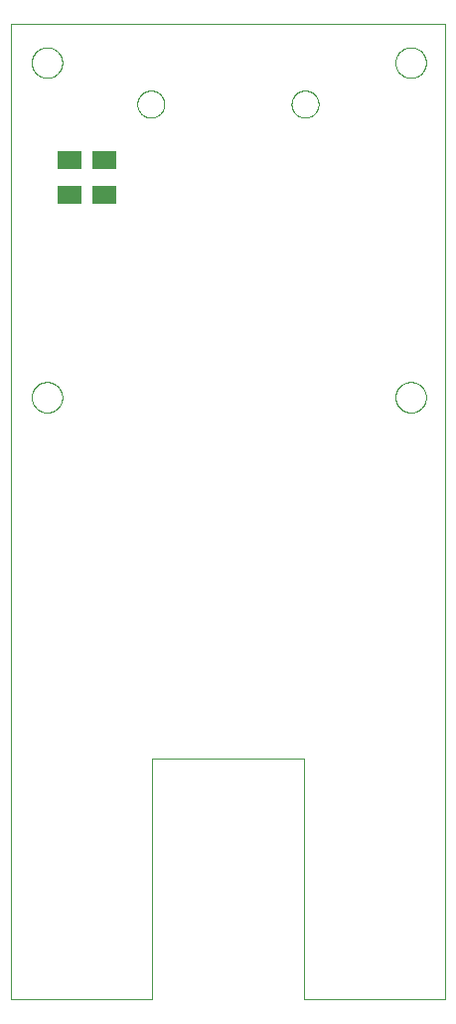
<source format=gbp>
G75*
%MOIN*%
%OFA0B0*%
%FSLAX25Y25*%
%IPPOS*%
%LPD*%
%AMOC8*
5,1,8,0,0,1.08239X$1,22.5*
%
%ADD10C,0.00000*%
%ADD11R,0.07874X0.05906*%
D10*
X0001000Y0006757D02*
X0048244Y0006757D01*
X0048244Y0087309D01*
X0099425Y0087309D01*
X0099425Y0006757D01*
X0146669Y0006757D01*
X0146669Y0333608D01*
X0001000Y0333608D01*
X0001000Y0006757D01*
X0048244Y0006600D02*
X0048244Y0006757D01*
X0099425Y0006757D02*
X0099425Y0006600D01*
X0130060Y0208547D02*
X0130062Y0208690D01*
X0130068Y0208833D01*
X0130078Y0208975D01*
X0130092Y0209117D01*
X0130110Y0209259D01*
X0130132Y0209401D01*
X0130157Y0209541D01*
X0130187Y0209681D01*
X0130221Y0209820D01*
X0130258Y0209958D01*
X0130300Y0210095D01*
X0130345Y0210230D01*
X0130394Y0210364D01*
X0130446Y0210497D01*
X0130502Y0210629D01*
X0130562Y0210758D01*
X0130626Y0210886D01*
X0130693Y0211013D01*
X0130764Y0211137D01*
X0130838Y0211259D01*
X0130915Y0211379D01*
X0130996Y0211497D01*
X0131080Y0211613D01*
X0131167Y0211726D01*
X0131257Y0211837D01*
X0131351Y0211945D01*
X0131447Y0212051D01*
X0131546Y0212153D01*
X0131649Y0212253D01*
X0131753Y0212350D01*
X0131861Y0212445D01*
X0131971Y0212536D01*
X0132084Y0212624D01*
X0132199Y0212708D01*
X0132316Y0212790D01*
X0132436Y0212868D01*
X0132557Y0212943D01*
X0132681Y0213015D01*
X0132807Y0213083D01*
X0132934Y0213147D01*
X0133064Y0213208D01*
X0133195Y0213265D01*
X0133327Y0213319D01*
X0133461Y0213368D01*
X0133596Y0213415D01*
X0133733Y0213457D01*
X0133871Y0213495D01*
X0134009Y0213530D01*
X0134149Y0213560D01*
X0134289Y0213587D01*
X0134430Y0213610D01*
X0134572Y0213629D01*
X0134714Y0213644D01*
X0134857Y0213655D01*
X0134999Y0213662D01*
X0135142Y0213665D01*
X0135285Y0213664D01*
X0135428Y0213659D01*
X0135571Y0213650D01*
X0135713Y0213637D01*
X0135855Y0213620D01*
X0135996Y0213599D01*
X0136137Y0213574D01*
X0136277Y0213546D01*
X0136416Y0213513D01*
X0136554Y0213476D01*
X0136691Y0213436D01*
X0136827Y0213392D01*
X0136962Y0213344D01*
X0137095Y0213292D01*
X0137227Y0213237D01*
X0137357Y0213178D01*
X0137486Y0213115D01*
X0137612Y0213049D01*
X0137737Y0212979D01*
X0137860Y0212906D01*
X0137980Y0212830D01*
X0138099Y0212750D01*
X0138215Y0212666D01*
X0138329Y0212580D01*
X0138440Y0212490D01*
X0138549Y0212398D01*
X0138655Y0212302D01*
X0138759Y0212204D01*
X0138860Y0212102D01*
X0138957Y0211998D01*
X0139052Y0211891D01*
X0139144Y0211782D01*
X0139233Y0211670D01*
X0139319Y0211555D01*
X0139401Y0211439D01*
X0139480Y0211319D01*
X0139556Y0211198D01*
X0139628Y0211075D01*
X0139697Y0210950D01*
X0139762Y0210823D01*
X0139824Y0210694D01*
X0139882Y0210563D01*
X0139937Y0210431D01*
X0139987Y0210297D01*
X0140034Y0210162D01*
X0140078Y0210026D01*
X0140117Y0209889D01*
X0140152Y0209750D01*
X0140184Y0209611D01*
X0140212Y0209471D01*
X0140236Y0209330D01*
X0140256Y0209188D01*
X0140272Y0209046D01*
X0140284Y0208904D01*
X0140292Y0208761D01*
X0140296Y0208618D01*
X0140296Y0208476D01*
X0140292Y0208333D01*
X0140284Y0208190D01*
X0140272Y0208048D01*
X0140256Y0207906D01*
X0140236Y0207764D01*
X0140212Y0207623D01*
X0140184Y0207483D01*
X0140152Y0207344D01*
X0140117Y0207205D01*
X0140078Y0207068D01*
X0140034Y0206932D01*
X0139987Y0206797D01*
X0139937Y0206663D01*
X0139882Y0206531D01*
X0139824Y0206400D01*
X0139762Y0206271D01*
X0139697Y0206144D01*
X0139628Y0206019D01*
X0139556Y0205896D01*
X0139480Y0205775D01*
X0139401Y0205655D01*
X0139319Y0205539D01*
X0139233Y0205424D01*
X0139144Y0205312D01*
X0139052Y0205203D01*
X0138957Y0205096D01*
X0138860Y0204992D01*
X0138759Y0204890D01*
X0138655Y0204792D01*
X0138549Y0204696D01*
X0138440Y0204604D01*
X0138329Y0204514D01*
X0138215Y0204428D01*
X0138099Y0204344D01*
X0137980Y0204264D01*
X0137860Y0204188D01*
X0137737Y0204115D01*
X0137612Y0204045D01*
X0137486Y0203979D01*
X0137357Y0203916D01*
X0137227Y0203857D01*
X0137095Y0203802D01*
X0136962Y0203750D01*
X0136827Y0203702D01*
X0136691Y0203658D01*
X0136554Y0203618D01*
X0136416Y0203581D01*
X0136277Y0203548D01*
X0136137Y0203520D01*
X0135996Y0203495D01*
X0135855Y0203474D01*
X0135713Y0203457D01*
X0135571Y0203444D01*
X0135428Y0203435D01*
X0135285Y0203430D01*
X0135142Y0203429D01*
X0134999Y0203432D01*
X0134857Y0203439D01*
X0134714Y0203450D01*
X0134572Y0203465D01*
X0134430Y0203484D01*
X0134289Y0203507D01*
X0134149Y0203534D01*
X0134009Y0203564D01*
X0133871Y0203599D01*
X0133733Y0203637D01*
X0133596Y0203679D01*
X0133461Y0203726D01*
X0133327Y0203775D01*
X0133195Y0203829D01*
X0133064Y0203886D01*
X0132934Y0203947D01*
X0132807Y0204011D01*
X0132681Y0204079D01*
X0132557Y0204151D01*
X0132436Y0204226D01*
X0132316Y0204304D01*
X0132199Y0204386D01*
X0132084Y0204470D01*
X0131971Y0204558D01*
X0131861Y0204649D01*
X0131753Y0204744D01*
X0131649Y0204841D01*
X0131546Y0204941D01*
X0131447Y0205043D01*
X0131351Y0205149D01*
X0131257Y0205257D01*
X0131167Y0205368D01*
X0131080Y0205481D01*
X0130996Y0205597D01*
X0130915Y0205715D01*
X0130838Y0205835D01*
X0130764Y0205957D01*
X0130693Y0206081D01*
X0130626Y0206208D01*
X0130562Y0206336D01*
X0130502Y0206465D01*
X0130446Y0206597D01*
X0130394Y0206730D01*
X0130345Y0206864D01*
X0130300Y0206999D01*
X0130258Y0207136D01*
X0130221Y0207274D01*
X0130187Y0207413D01*
X0130157Y0207553D01*
X0130132Y0207693D01*
X0130110Y0207835D01*
X0130092Y0207977D01*
X0130078Y0208119D01*
X0130068Y0208261D01*
X0130062Y0208404D01*
X0130060Y0208547D01*
X0095173Y0306837D02*
X0095175Y0306971D01*
X0095181Y0307105D01*
X0095191Y0307239D01*
X0095205Y0307373D01*
X0095223Y0307506D01*
X0095244Y0307638D01*
X0095270Y0307770D01*
X0095300Y0307901D01*
X0095333Y0308031D01*
X0095370Y0308159D01*
X0095412Y0308287D01*
X0095456Y0308414D01*
X0095505Y0308539D01*
X0095557Y0308662D01*
X0095613Y0308784D01*
X0095673Y0308905D01*
X0095736Y0309023D01*
X0095802Y0309140D01*
X0095872Y0309254D01*
X0095945Y0309367D01*
X0096022Y0309477D01*
X0096102Y0309585D01*
X0096185Y0309690D01*
X0096271Y0309793D01*
X0096360Y0309893D01*
X0096452Y0309991D01*
X0096547Y0310086D01*
X0096645Y0310178D01*
X0096745Y0310267D01*
X0096848Y0310353D01*
X0096953Y0310436D01*
X0097061Y0310516D01*
X0097171Y0310593D01*
X0097284Y0310666D01*
X0097398Y0310736D01*
X0097515Y0310802D01*
X0097633Y0310865D01*
X0097754Y0310925D01*
X0097876Y0310981D01*
X0097999Y0311033D01*
X0098124Y0311082D01*
X0098251Y0311126D01*
X0098379Y0311168D01*
X0098507Y0311205D01*
X0098637Y0311238D01*
X0098768Y0311268D01*
X0098900Y0311294D01*
X0099032Y0311315D01*
X0099165Y0311333D01*
X0099299Y0311347D01*
X0099433Y0311357D01*
X0099567Y0311363D01*
X0099701Y0311365D01*
X0099835Y0311363D01*
X0099969Y0311357D01*
X0100103Y0311347D01*
X0100237Y0311333D01*
X0100370Y0311315D01*
X0100502Y0311294D01*
X0100634Y0311268D01*
X0100765Y0311238D01*
X0100895Y0311205D01*
X0101023Y0311168D01*
X0101151Y0311126D01*
X0101278Y0311082D01*
X0101403Y0311033D01*
X0101526Y0310981D01*
X0101648Y0310925D01*
X0101769Y0310865D01*
X0101887Y0310802D01*
X0102004Y0310736D01*
X0102118Y0310666D01*
X0102231Y0310593D01*
X0102341Y0310516D01*
X0102449Y0310436D01*
X0102554Y0310353D01*
X0102657Y0310267D01*
X0102757Y0310178D01*
X0102855Y0310086D01*
X0102950Y0309991D01*
X0103042Y0309893D01*
X0103131Y0309793D01*
X0103217Y0309690D01*
X0103300Y0309585D01*
X0103380Y0309477D01*
X0103457Y0309367D01*
X0103530Y0309254D01*
X0103600Y0309140D01*
X0103666Y0309023D01*
X0103729Y0308905D01*
X0103789Y0308784D01*
X0103845Y0308662D01*
X0103897Y0308539D01*
X0103946Y0308414D01*
X0103990Y0308287D01*
X0104032Y0308159D01*
X0104069Y0308031D01*
X0104102Y0307901D01*
X0104132Y0307770D01*
X0104158Y0307638D01*
X0104179Y0307506D01*
X0104197Y0307373D01*
X0104211Y0307239D01*
X0104221Y0307105D01*
X0104227Y0306971D01*
X0104229Y0306837D01*
X0104227Y0306703D01*
X0104221Y0306569D01*
X0104211Y0306435D01*
X0104197Y0306301D01*
X0104179Y0306168D01*
X0104158Y0306036D01*
X0104132Y0305904D01*
X0104102Y0305773D01*
X0104069Y0305643D01*
X0104032Y0305515D01*
X0103990Y0305387D01*
X0103946Y0305260D01*
X0103897Y0305135D01*
X0103845Y0305012D01*
X0103789Y0304890D01*
X0103729Y0304769D01*
X0103666Y0304651D01*
X0103600Y0304534D01*
X0103530Y0304420D01*
X0103457Y0304307D01*
X0103380Y0304197D01*
X0103300Y0304089D01*
X0103217Y0303984D01*
X0103131Y0303881D01*
X0103042Y0303781D01*
X0102950Y0303683D01*
X0102855Y0303588D01*
X0102757Y0303496D01*
X0102657Y0303407D01*
X0102554Y0303321D01*
X0102449Y0303238D01*
X0102341Y0303158D01*
X0102231Y0303081D01*
X0102118Y0303008D01*
X0102004Y0302938D01*
X0101887Y0302872D01*
X0101769Y0302809D01*
X0101648Y0302749D01*
X0101526Y0302693D01*
X0101403Y0302641D01*
X0101278Y0302592D01*
X0101151Y0302548D01*
X0101023Y0302506D01*
X0100895Y0302469D01*
X0100765Y0302436D01*
X0100634Y0302406D01*
X0100502Y0302380D01*
X0100370Y0302359D01*
X0100237Y0302341D01*
X0100103Y0302327D01*
X0099969Y0302317D01*
X0099835Y0302311D01*
X0099701Y0302309D01*
X0099567Y0302311D01*
X0099433Y0302317D01*
X0099299Y0302327D01*
X0099165Y0302341D01*
X0099032Y0302359D01*
X0098900Y0302380D01*
X0098768Y0302406D01*
X0098637Y0302436D01*
X0098507Y0302469D01*
X0098379Y0302506D01*
X0098251Y0302548D01*
X0098124Y0302592D01*
X0097999Y0302641D01*
X0097876Y0302693D01*
X0097754Y0302749D01*
X0097633Y0302809D01*
X0097515Y0302872D01*
X0097398Y0302938D01*
X0097284Y0303008D01*
X0097171Y0303081D01*
X0097061Y0303158D01*
X0096953Y0303238D01*
X0096848Y0303321D01*
X0096745Y0303407D01*
X0096645Y0303496D01*
X0096547Y0303588D01*
X0096452Y0303683D01*
X0096360Y0303781D01*
X0096271Y0303881D01*
X0096185Y0303984D01*
X0096102Y0304089D01*
X0096022Y0304197D01*
X0095945Y0304307D01*
X0095872Y0304420D01*
X0095802Y0304534D01*
X0095736Y0304651D01*
X0095673Y0304769D01*
X0095613Y0304890D01*
X0095557Y0305012D01*
X0095505Y0305135D01*
X0095456Y0305260D01*
X0095412Y0305387D01*
X0095370Y0305515D01*
X0095333Y0305643D01*
X0095300Y0305773D01*
X0095270Y0305904D01*
X0095244Y0306036D01*
X0095223Y0306168D01*
X0095205Y0306301D01*
X0095191Y0306435D01*
X0095181Y0306569D01*
X0095175Y0306703D01*
X0095173Y0306837D01*
X0130060Y0320752D02*
X0130062Y0320895D01*
X0130068Y0321038D01*
X0130078Y0321180D01*
X0130092Y0321322D01*
X0130110Y0321464D01*
X0130132Y0321606D01*
X0130157Y0321746D01*
X0130187Y0321886D01*
X0130221Y0322025D01*
X0130258Y0322163D01*
X0130300Y0322300D01*
X0130345Y0322435D01*
X0130394Y0322569D01*
X0130446Y0322702D01*
X0130502Y0322834D01*
X0130562Y0322963D01*
X0130626Y0323091D01*
X0130693Y0323218D01*
X0130764Y0323342D01*
X0130838Y0323464D01*
X0130915Y0323584D01*
X0130996Y0323702D01*
X0131080Y0323818D01*
X0131167Y0323931D01*
X0131257Y0324042D01*
X0131351Y0324150D01*
X0131447Y0324256D01*
X0131546Y0324358D01*
X0131649Y0324458D01*
X0131753Y0324555D01*
X0131861Y0324650D01*
X0131971Y0324741D01*
X0132084Y0324829D01*
X0132199Y0324913D01*
X0132316Y0324995D01*
X0132436Y0325073D01*
X0132557Y0325148D01*
X0132681Y0325220D01*
X0132807Y0325288D01*
X0132934Y0325352D01*
X0133064Y0325413D01*
X0133195Y0325470D01*
X0133327Y0325524D01*
X0133461Y0325573D01*
X0133596Y0325620D01*
X0133733Y0325662D01*
X0133871Y0325700D01*
X0134009Y0325735D01*
X0134149Y0325765D01*
X0134289Y0325792D01*
X0134430Y0325815D01*
X0134572Y0325834D01*
X0134714Y0325849D01*
X0134857Y0325860D01*
X0134999Y0325867D01*
X0135142Y0325870D01*
X0135285Y0325869D01*
X0135428Y0325864D01*
X0135571Y0325855D01*
X0135713Y0325842D01*
X0135855Y0325825D01*
X0135996Y0325804D01*
X0136137Y0325779D01*
X0136277Y0325751D01*
X0136416Y0325718D01*
X0136554Y0325681D01*
X0136691Y0325641D01*
X0136827Y0325597D01*
X0136962Y0325549D01*
X0137095Y0325497D01*
X0137227Y0325442D01*
X0137357Y0325383D01*
X0137486Y0325320D01*
X0137612Y0325254D01*
X0137737Y0325184D01*
X0137860Y0325111D01*
X0137980Y0325035D01*
X0138099Y0324955D01*
X0138215Y0324871D01*
X0138329Y0324785D01*
X0138440Y0324695D01*
X0138549Y0324603D01*
X0138655Y0324507D01*
X0138759Y0324409D01*
X0138860Y0324307D01*
X0138957Y0324203D01*
X0139052Y0324096D01*
X0139144Y0323987D01*
X0139233Y0323875D01*
X0139319Y0323760D01*
X0139401Y0323644D01*
X0139480Y0323524D01*
X0139556Y0323403D01*
X0139628Y0323280D01*
X0139697Y0323155D01*
X0139762Y0323028D01*
X0139824Y0322899D01*
X0139882Y0322768D01*
X0139937Y0322636D01*
X0139987Y0322502D01*
X0140034Y0322367D01*
X0140078Y0322231D01*
X0140117Y0322094D01*
X0140152Y0321955D01*
X0140184Y0321816D01*
X0140212Y0321676D01*
X0140236Y0321535D01*
X0140256Y0321393D01*
X0140272Y0321251D01*
X0140284Y0321109D01*
X0140292Y0320966D01*
X0140296Y0320823D01*
X0140296Y0320681D01*
X0140292Y0320538D01*
X0140284Y0320395D01*
X0140272Y0320253D01*
X0140256Y0320111D01*
X0140236Y0319969D01*
X0140212Y0319828D01*
X0140184Y0319688D01*
X0140152Y0319549D01*
X0140117Y0319410D01*
X0140078Y0319273D01*
X0140034Y0319137D01*
X0139987Y0319002D01*
X0139937Y0318868D01*
X0139882Y0318736D01*
X0139824Y0318605D01*
X0139762Y0318476D01*
X0139697Y0318349D01*
X0139628Y0318224D01*
X0139556Y0318101D01*
X0139480Y0317980D01*
X0139401Y0317860D01*
X0139319Y0317744D01*
X0139233Y0317629D01*
X0139144Y0317517D01*
X0139052Y0317408D01*
X0138957Y0317301D01*
X0138860Y0317197D01*
X0138759Y0317095D01*
X0138655Y0316997D01*
X0138549Y0316901D01*
X0138440Y0316809D01*
X0138329Y0316719D01*
X0138215Y0316633D01*
X0138099Y0316549D01*
X0137980Y0316469D01*
X0137860Y0316393D01*
X0137737Y0316320D01*
X0137612Y0316250D01*
X0137486Y0316184D01*
X0137357Y0316121D01*
X0137227Y0316062D01*
X0137095Y0316007D01*
X0136962Y0315955D01*
X0136827Y0315907D01*
X0136691Y0315863D01*
X0136554Y0315823D01*
X0136416Y0315786D01*
X0136277Y0315753D01*
X0136137Y0315725D01*
X0135996Y0315700D01*
X0135855Y0315679D01*
X0135713Y0315662D01*
X0135571Y0315649D01*
X0135428Y0315640D01*
X0135285Y0315635D01*
X0135142Y0315634D01*
X0134999Y0315637D01*
X0134857Y0315644D01*
X0134714Y0315655D01*
X0134572Y0315670D01*
X0134430Y0315689D01*
X0134289Y0315712D01*
X0134149Y0315739D01*
X0134009Y0315769D01*
X0133871Y0315804D01*
X0133733Y0315842D01*
X0133596Y0315884D01*
X0133461Y0315931D01*
X0133327Y0315980D01*
X0133195Y0316034D01*
X0133064Y0316091D01*
X0132934Y0316152D01*
X0132807Y0316216D01*
X0132681Y0316284D01*
X0132557Y0316356D01*
X0132436Y0316431D01*
X0132316Y0316509D01*
X0132199Y0316591D01*
X0132084Y0316675D01*
X0131971Y0316763D01*
X0131861Y0316854D01*
X0131753Y0316949D01*
X0131649Y0317046D01*
X0131546Y0317146D01*
X0131447Y0317248D01*
X0131351Y0317354D01*
X0131257Y0317462D01*
X0131167Y0317573D01*
X0131080Y0317686D01*
X0130996Y0317802D01*
X0130915Y0317920D01*
X0130838Y0318040D01*
X0130764Y0318162D01*
X0130693Y0318286D01*
X0130626Y0318413D01*
X0130562Y0318541D01*
X0130502Y0318670D01*
X0130446Y0318802D01*
X0130394Y0318935D01*
X0130345Y0319069D01*
X0130300Y0319204D01*
X0130258Y0319341D01*
X0130221Y0319479D01*
X0130187Y0319618D01*
X0130157Y0319758D01*
X0130132Y0319898D01*
X0130110Y0320040D01*
X0130092Y0320182D01*
X0130078Y0320324D01*
X0130068Y0320466D01*
X0130062Y0320609D01*
X0130060Y0320752D01*
X0043441Y0306837D02*
X0043443Y0306971D01*
X0043449Y0307105D01*
X0043459Y0307239D01*
X0043473Y0307373D01*
X0043491Y0307506D01*
X0043512Y0307638D01*
X0043538Y0307770D01*
X0043568Y0307901D01*
X0043601Y0308031D01*
X0043638Y0308159D01*
X0043680Y0308287D01*
X0043724Y0308414D01*
X0043773Y0308539D01*
X0043825Y0308662D01*
X0043881Y0308784D01*
X0043941Y0308905D01*
X0044004Y0309023D01*
X0044070Y0309140D01*
X0044140Y0309254D01*
X0044213Y0309367D01*
X0044290Y0309477D01*
X0044370Y0309585D01*
X0044453Y0309690D01*
X0044539Y0309793D01*
X0044628Y0309893D01*
X0044720Y0309991D01*
X0044815Y0310086D01*
X0044913Y0310178D01*
X0045013Y0310267D01*
X0045116Y0310353D01*
X0045221Y0310436D01*
X0045329Y0310516D01*
X0045439Y0310593D01*
X0045552Y0310666D01*
X0045666Y0310736D01*
X0045783Y0310802D01*
X0045901Y0310865D01*
X0046022Y0310925D01*
X0046144Y0310981D01*
X0046267Y0311033D01*
X0046392Y0311082D01*
X0046519Y0311126D01*
X0046647Y0311168D01*
X0046775Y0311205D01*
X0046905Y0311238D01*
X0047036Y0311268D01*
X0047168Y0311294D01*
X0047300Y0311315D01*
X0047433Y0311333D01*
X0047567Y0311347D01*
X0047701Y0311357D01*
X0047835Y0311363D01*
X0047969Y0311365D01*
X0048103Y0311363D01*
X0048237Y0311357D01*
X0048371Y0311347D01*
X0048505Y0311333D01*
X0048638Y0311315D01*
X0048770Y0311294D01*
X0048902Y0311268D01*
X0049033Y0311238D01*
X0049163Y0311205D01*
X0049291Y0311168D01*
X0049419Y0311126D01*
X0049546Y0311082D01*
X0049671Y0311033D01*
X0049794Y0310981D01*
X0049916Y0310925D01*
X0050037Y0310865D01*
X0050155Y0310802D01*
X0050272Y0310736D01*
X0050386Y0310666D01*
X0050499Y0310593D01*
X0050609Y0310516D01*
X0050717Y0310436D01*
X0050822Y0310353D01*
X0050925Y0310267D01*
X0051025Y0310178D01*
X0051123Y0310086D01*
X0051218Y0309991D01*
X0051310Y0309893D01*
X0051399Y0309793D01*
X0051485Y0309690D01*
X0051568Y0309585D01*
X0051648Y0309477D01*
X0051725Y0309367D01*
X0051798Y0309254D01*
X0051868Y0309140D01*
X0051934Y0309023D01*
X0051997Y0308905D01*
X0052057Y0308784D01*
X0052113Y0308662D01*
X0052165Y0308539D01*
X0052214Y0308414D01*
X0052258Y0308287D01*
X0052300Y0308159D01*
X0052337Y0308031D01*
X0052370Y0307901D01*
X0052400Y0307770D01*
X0052426Y0307638D01*
X0052447Y0307506D01*
X0052465Y0307373D01*
X0052479Y0307239D01*
X0052489Y0307105D01*
X0052495Y0306971D01*
X0052497Y0306837D01*
X0052495Y0306703D01*
X0052489Y0306569D01*
X0052479Y0306435D01*
X0052465Y0306301D01*
X0052447Y0306168D01*
X0052426Y0306036D01*
X0052400Y0305904D01*
X0052370Y0305773D01*
X0052337Y0305643D01*
X0052300Y0305515D01*
X0052258Y0305387D01*
X0052214Y0305260D01*
X0052165Y0305135D01*
X0052113Y0305012D01*
X0052057Y0304890D01*
X0051997Y0304769D01*
X0051934Y0304651D01*
X0051868Y0304534D01*
X0051798Y0304420D01*
X0051725Y0304307D01*
X0051648Y0304197D01*
X0051568Y0304089D01*
X0051485Y0303984D01*
X0051399Y0303881D01*
X0051310Y0303781D01*
X0051218Y0303683D01*
X0051123Y0303588D01*
X0051025Y0303496D01*
X0050925Y0303407D01*
X0050822Y0303321D01*
X0050717Y0303238D01*
X0050609Y0303158D01*
X0050499Y0303081D01*
X0050386Y0303008D01*
X0050272Y0302938D01*
X0050155Y0302872D01*
X0050037Y0302809D01*
X0049916Y0302749D01*
X0049794Y0302693D01*
X0049671Y0302641D01*
X0049546Y0302592D01*
X0049419Y0302548D01*
X0049291Y0302506D01*
X0049163Y0302469D01*
X0049033Y0302436D01*
X0048902Y0302406D01*
X0048770Y0302380D01*
X0048638Y0302359D01*
X0048505Y0302341D01*
X0048371Y0302327D01*
X0048237Y0302317D01*
X0048103Y0302311D01*
X0047969Y0302309D01*
X0047835Y0302311D01*
X0047701Y0302317D01*
X0047567Y0302327D01*
X0047433Y0302341D01*
X0047300Y0302359D01*
X0047168Y0302380D01*
X0047036Y0302406D01*
X0046905Y0302436D01*
X0046775Y0302469D01*
X0046647Y0302506D01*
X0046519Y0302548D01*
X0046392Y0302592D01*
X0046267Y0302641D01*
X0046144Y0302693D01*
X0046022Y0302749D01*
X0045901Y0302809D01*
X0045783Y0302872D01*
X0045666Y0302938D01*
X0045552Y0303008D01*
X0045439Y0303081D01*
X0045329Y0303158D01*
X0045221Y0303238D01*
X0045116Y0303321D01*
X0045013Y0303407D01*
X0044913Y0303496D01*
X0044815Y0303588D01*
X0044720Y0303683D01*
X0044628Y0303781D01*
X0044539Y0303881D01*
X0044453Y0303984D01*
X0044370Y0304089D01*
X0044290Y0304197D01*
X0044213Y0304307D01*
X0044140Y0304420D01*
X0044070Y0304534D01*
X0044004Y0304651D01*
X0043941Y0304769D01*
X0043881Y0304890D01*
X0043825Y0305012D01*
X0043773Y0305135D01*
X0043724Y0305260D01*
X0043680Y0305387D01*
X0043638Y0305515D01*
X0043601Y0305643D01*
X0043568Y0305773D01*
X0043538Y0305904D01*
X0043512Y0306036D01*
X0043491Y0306168D01*
X0043473Y0306301D01*
X0043459Y0306435D01*
X0043449Y0306569D01*
X0043443Y0306703D01*
X0043441Y0306837D01*
X0008013Y0320752D02*
X0008015Y0320895D01*
X0008021Y0321038D01*
X0008031Y0321180D01*
X0008045Y0321322D01*
X0008063Y0321464D01*
X0008085Y0321606D01*
X0008110Y0321746D01*
X0008140Y0321886D01*
X0008174Y0322025D01*
X0008211Y0322163D01*
X0008253Y0322300D01*
X0008298Y0322435D01*
X0008347Y0322569D01*
X0008399Y0322702D01*
X0008455Y0322834D01*
X0008515Y0322963D01*
X0008579Y0323091D01*
X0008646Y0323218D01*
X0008717Y0323342D01*
X0008791Y0323464D01*
X0008868Y0323584D01*
X0008949Y0323702D01*
X0009033Y0323818D01*
X0009120Y0323931D01*
X0009210Y0324042D01*
X0009304Y0324150D01*
X0009400Y0324256D01*
X0009499Y0324358D01*
X0009602Y0324458D01*
X0009706Y0324555D01*
X0009814Y0324650D01*
X0009924Y0324741D01*
X0010037Y0324829D01*
X0010152Y0324913D01*
X0010269Y0324995D01*
X0010389Y0325073D01*
X0010510Y0325148D01*
X0010634Y0325220D01*
X0010760Y0325288D01*
X0010887Y0325352D01*
X0011017Y0325413D01*
X0011148Y0325470D01*
X0011280Y0325524D01*
X0011414Y0325573D01*
X0011549Y0325620D01*
X0011686Y0325662D01*
X0011824Y0325700D01*
X0011962Y0325735D01*
X0012102Y0325765D01*
X0012242Y0325792D01*
X0012383Y0325815D01*
X0012525Y0325834D01*
X0012667Y0325849D01*
X0012810Y0325860D01*
X0012952Y0325867D01*
X0013095Y0325870D01*
X0013238Y0325869D01*
X0013381Y0325864D01*
X0013524Y0325855D01*
X0013666Y0325842D01*
X0013808Y0325825D01*
X0013949Y0325804D01*
X0014090Y0325779D01*
X0014230Y0325751D01*
X0014369Y0325718D01*
X0014507Y0325681D01*
X0014644Y0325641D01*
X0014780Y0325597D01*
X0014915Y0325549D01*
X0015048Y0325497D01*
X0015180Y0325442D01*
X0015310Y0325383D01*
X0015439Y0325320D01*
X0015565Y0325254D01*
X0015690Y0325184D01*
X0015813Y0325111D01*
X0015933Y0325035D01*
X0016052Y0324955D01*
X0016168Y0324871D01*
X0016282Y0324785D01*
X0016393Y0324695D01*
X0016502Y0324603D01*
X0016608Y0324507D01*
X0016712Y0324409D01*
X0016813Y0324307D01*
X0016910Y0324203D01*
X0017005Y0324096D01*
X0017097Y0323987D01*
X0017186Y0323875D01*
X0017272Y0323760D01*
X0017354Y0323644D01*
X0017433Y0323524D01*
X0017509Y0323403D01*
X0017581Y0323280D01*
X0017650Y0323155D01*
X0017715Y0323028D01*
X0017777Y0322899D01*
X0017835Y0322768D01*
X0017890Y0322636D01*
X0017940Y0322502D01*
X0017987Y0322367D01*
X0018031Y0322231D01*
X0018070Y0322094D01*
X0018105Y0321955D01*
X0018137Y0321816D01*
X0018165Y0321676D01*
X0018189Y0321535D01*
X0018209Y0321393D01*
X0018225Y0321251D01*
X0018237Y0321109D01*
X0018245Y0320966D01*
X0018249Y0320823D01*
X0018249Y0320681D01*
X0018245Y0320538D01*
X0018237Y0320395D01*
X0018225Y0320253D01*
X0018209Y0320111D01*
X0018189Y0319969D01*
X0018165Y0319828D01*
X0018137Y0319688D01*
X0018105Y0319549D01*
X0018070Y0319410D01*
X0018031Y0319273D01*
X0017987Y0319137D01*
X0017940Y0319002D01*
X0017890Y0318868D01*
X0017835Y0318736D01*
X0017777Y0318605D01*
X0017715Y0318476D01*
X0017650Y0318349D01*
X0017581Y0318224D01*
X0017509Y0318101D01*
X0017433Y0317980D01*
X0017354Y0317860D01*
X0017272Y0317744D01*
X0017186Y0317629D01*
X0017097Y0317517D01*
X0017005Y0317408D01*
X0016910Y0317301D01*
X0016813Y0317197D01*
X0016712Y0317095D01*
X0016608Y0316997D01*
X0016502Y0316901D01*
X0016393Y0316809D01*
X0016282Y0316719D01*
X0016168Y0316633D01*
X0016052Y0316549D01*
X0015933Y0316469D01*
X0015813Y0316393D01*
X0015690Y0316320D01*
X0015565Y0316250D01*
X0015439Y0316184D01*
X0015310Y0316121D01*
X0015180Y0316062D01*
X0015048Y0316007D01*
X0014915Y0315955D01*
X0014780Y0315907D01*
X0014644Y0315863D01*
X0014507Y0315823D01*
X0014369Y0315786D01*
X0014230Y0315753D01*
X0014090Y0315725D01*
X0013949Y0315700D01*
X0013808Y0315679D01*
X0013666Y0315662D01*
X0013524Y0315649D01*
X0013381Y0315640D01*
X0013238Y0315635D01*
X0013095Y0315634D01*
X0012952Y0315637D01*
X0012810Y0315644D01*
X0012667Y0315655D01*
X0012525Y0315670D01*
X0012383Y0315689D01*
X0012242Y0315712D01*
X0012102Y0315739D01*
X0011962Y0315769D01*
X0011824Y0315804D01*
X0011686Y0315842D01*
X0011549Y0315884D01*
X0011414Y0315931D01*
X0011280Y0315980D01*
X0011148Y0316034D01*
X0011017Y0316091D01*
X0010887Y0316152D01*
X0010760Y0316216D01*
X0010634Y0316284D01*
X0010510Y0316356D01*
X0010389Y0316431D01*
X0010269Y0316509D01*
X0010152Y0316591D01*
X0010037Y0316675D01*
X0009924Y0316763D01*
X0009814Y0316854D01*
X0009706Y0316949D01*
X0009602Y0317046D01*
X0009499Y0317146D01*
X0009400Y0317248D01*
X0009304Y0317354D01*
X0009210Y0317462D01*
X0009120Y0317573D01*
X0009033Y0317686D01*
X0008949Y0317802D01*
X0008868Y0317920D01*
X0008791Y0318040D01*
X0008717Y0318162D01*
X0008646Y0318286D01*
X0008579Y0318413D01*
X0008515Y0318541D01*
X0008455Y0318670D01*
X0008399Y0318802D01*
X0008347Y0318935D01*
X0008298Y0319069D01*
X0008253Y0319204D01*
X0008211Y0319341D01*
X0008174Y0319479D01*
X0008140Y0319618D01*
X0008110Y0319758D01*
X0008085Y0319898D01*
X0008063Y0320040D01*
X0008045Y0320182D01*
X0008031Y0320324D01*
X0008021Y0320466D01*
X0008015Y0320609D01*
X0008013Y0320752D01*
X0008013Y0208547D02*
X0008015Y0208690D01*
X0008021Y0208833D01*
X0008031Y0208975D01*
X0008045Y0209117D01*
X0008063Y0209259D01*
X0008085Y0209401D01*
X0008110Y0209541D01*
X0008140Y0209681D01*
X0008174Y0209820D01*
X0008211Y0209958D01*
X0008253Y0210095D01*
X0008298Y0210230D01*
X0008347Y0210364D01*
X0008399Y0210497D01*
X0008455Y0210629D01*
X0008515Y0210758D01*
X0008579Y0210886D01*
X0008646Y0211013D01*
X0008717Y0211137D01*
X0008791Y0211259D01*
X0008868Y0211379D01*
X0008949Y0211497D01*
X0009033Y0211613D01*
X0009120Y0211726D01*
X0009210Y0211837D01*
X0009304Y0211945D01*
X0009400Y0212051D01*
X0009499Y0212153D01*
X0009602Y0212253D01*
X0009706Y0212350D01*
X0009814Y0212445D01*
X0009924Y0212536D01*
X0010037Y0212624D01*
X0010152Y0212708D01*
X0010269Y0212790D01*
X0010389Y0212868D01*
X0010510Y0212943D01*
X0010634Y0213015D01*
X0010760Y0213083D01*
X0010887Y0213147D01*
X0011017Y0213208D01*
X0011148Y0213265D01*
X0011280Y0213319D01*
X0011414Y0213368D01*
X0011549Y0213415D01*
X0011686Y0213457D01*
X0011824Y0213495D01*
X0011962Y0213530D01*
X0012102Y0213560D01*
X0012242Y0213587D01*
X0012383Y0213610D01*
X0012525Y0213629D01*
X0012667Y0213644D01*
X0012810Y0213655D01*
X0012952Y0213662D01*
X0013095Y0213665D01*
X0013238Y0213664D01*
X0013381Y0213659D01*
X0013524Y0213650D01*
X0013666Y0213637D01*
X0013808Y0213620D01*
X0013949Y0213599D01*
X0014090Y0213574D01*
X0014230Y0213546D01*
X0014369Y0213513D01*
X0014507Y0213476D01*
X0014644Y0213436D01*
X0014780Y0213392D01*
X0014915Y0213344D01*
X0015048Y0213292D01*
X0015180Y0213237D01*
X0015310Y0213178D01*
X0015439Y0213115D01*
X0015565Y0213049D01*
X0015690Y0212979D01*
X0015813Y0212906D01*
X0015933Y0212830D01*
X0016052Y0212750D01*
X0016168Y0212666D01*
X0016282Y0212580D01*
X0016393Y0212490D01*
X0016502Y0212398D01*
X0016608Y0212302D01*
X0016712Y0212204D01*
X0016813Y0212102D01*
X0016910Y0211998D01*
X0017005Y0211891D01*
X0017097Y0211782D01*
X0017186Y0211670D01*
X0017272Y0211555D01*
X0017354Y0211439D01*
X0017433Y0211319D01*
X0017509Y0211198D01*
X0017581Y0211075D01*
X0017650Y0210950D01*
X0017715Y0210823D01*
X0017777Y0210694D01*
X0017835Y0210563D01*
X0017890Y0210431D01*
X0017940Y0210297D01*
X0017987Y0210162D01*
X0018031Y0210026D01*
X0018070Y0209889D01*
X0018105Y0209750D01*
X0018137Y0209611D01*
X0018165Y0209471D01*
X0018189Y0209330D01*
X0018209Y0209188D01*
X0018225Y0209046D01*
X0018237Y0208904D01*
X0018245Y0208761D01*
X0018249Y0208618D01*
X0018249Y0208476D01*
X0018245Y0208333D01*
X0018237Y0208190D01*
X0018225Y0208048D01*
X0018209Y0207906D01*
X0018189Y0207764D01*
X0018165Y0207623D01*
X0018137Y0207483D01*
X0018105Y0207344D01*
X0018070Y0207205D01*
X0018031Y0207068D01*
X0017987Y0206932D01*
X0017940Y0206797D01*
X0017890Y0206663D01*
X0017835Y0206531D01*
X0017777Y0206400D01*
X0017715Y0206271D01*
X0017650Y0206144D01*
X0017581Y0206019D01*
X0017509Y0205896D01*
X0017433Y0205775D01*
X0017354Y0205655D01*
X0017272Y0205539D01*
X0017186Y0205424D01*
X0017097Y0205312D01*
X0017005Y0205203D01*
X0016910Y0205096D01*
X0016813Y0204992D01*
X0016712Y0204890D01*
X0016608Y0204792D01*
X0016502Y0204696D01*
X0016393Y0204604D01*
X0016282Y0204514D01*
X0016168Y0204428D01*
X0016052Y0204344D01*
X0015933Y0204264D01*
X0015813Y0204188D01*
X0015690Y0204115D01*
X0015565Y0204045D01*
X0015439Y0203979D01*
X0015310Y0203916D01*
X0015180Y0203857D01*
X0015048Y0203802D01*
X0014915Y0203750D01*
X0014780Y0203702D01*
X0014644Y0203658D01*
X0014507Y0203618D01*
X0014369Y0203581D01*
X0014230Y0203548D01*
X0014090Y0203520D01*
X0013949Y0203495D01*
X0013808Y0203474D01*
X0013666Y0203457D01*
X0013524Y0203444D01*
X0013381Y0203435D01*
X0013238Y0203430D01*
X0013095Y0203429D01*
X0012952Y0203432D01*
X0012810Y0203439D01*
X0012667Y0203450D01*
X0012525Y0203465D01*
X0012383Y0203484D01*
X0012242Y0203507D01*
X0012102Y0203534D01*
X0011962Y0203564D01*
X0011824Y0203599D01*
X0011686Y0203637D01*
X0011549Y0203679D01*
X0011414Y0203726D01*
X0011280Y0203775D01*
X0011148Y0203829D01*
X0011017Y0203886D01*
X0010887Y0203947D01*
X0010760Y0204011D01*
X0010634Y0204079D01*
X0010510Y0204151D01*
X0010389Y0204226D01*
X0010269Y0204304D01*
X0010152Y0204386D01*
X0010037Y0204470D01*
X0009924Y0204558D01*
X0009814Y0204649D01*
X0009706Y0204744D01*
X0009602Y0204841D01*
X0009499Y0204941D01*
X0009400Y0205043D01*
X0009304Y0205149D01*
X0009210Y0205257D01*
X0009120Y0205368D01*
X0009033Y0205481D01*
X0008949Y0205597D01*
X0008868Y0205715D01*
X0008791Y0205835D01*
X0008717Y0205957D01*
X0008646Y0206081D01*
X0008579Y0206208D01*
X0008515Y0206336D01*
X0008455Y0206465D01*
X0008399Y0206597D01*
X0008347Y0206730D01*
X0008298Y0206864D01*
X0008253Y0206999D01*
X0008211Y0207136D01*
X0008174Y0207274D01*
X0008140Y0207413D01*
X0008110Y0207553D01*
X0008085Y0207693D01*
X0008063Y0207835D01*
X0008045Y0207977D01*
X0008031Y0208119D01*
X0008021Y0208261D01*
X0008015Y0208404D01*
X0008013Y0208547D01*
D11*
X0020685Y0276443D03*
X0020685Y0288254D03*
X0032496Y0288254D03*
X0032496Y0276443D03*
M02*

</source>
